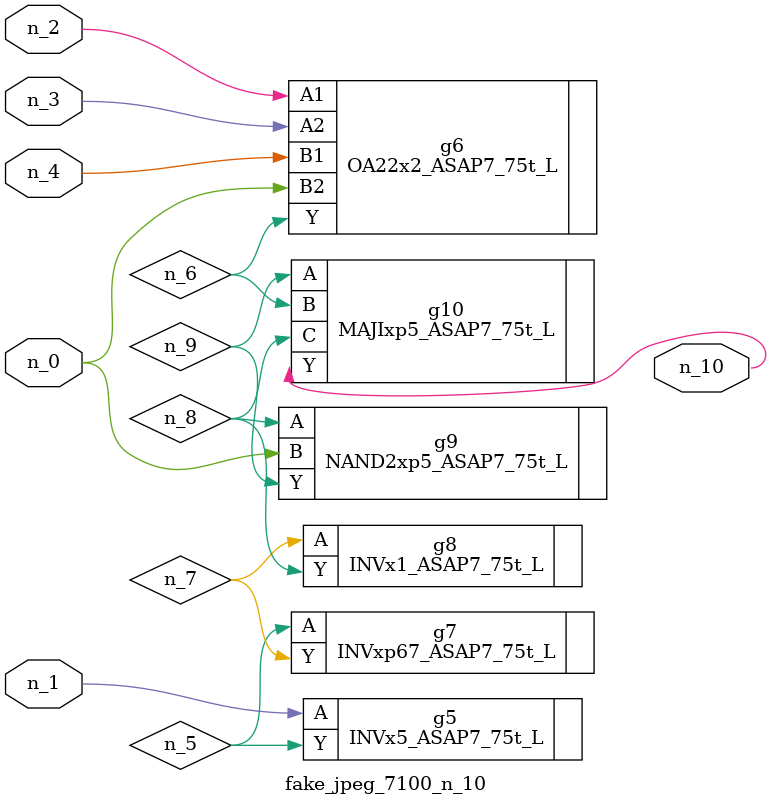
<source format=v>
module fake_jpeg_7100_n_10 (n_3, n_2, n_1, n_0, n_4, n_10);

input n_3;
input n_2;
input n_1;
input n_0;
input n_4;

output n_10;

wire n_8;
wire n_9;
wire n_6;
wire n_5;
wire n_7;

INVx5_ASAP7_75t_L g5 ( 
.A(n_1),
.Y(n_5)
);

OA22x2_ASAP7_75t_L g6 ( 
.A1(n_2),
.A2(n_3),
.B1(n_4),
.B2(n_0),
.Y(n_6)
);

INVxp67_ASAP7_75t_L g7 ( 
.A(n_5),
.Y(n_7)
);

INVx1_ASAP7_75t_L g8 ( 
.A(n_7),
.Y(n_8)
);

NAND2xp5_ASAP7_75t_L g9 ( 
.A(n_8),
.B(n_0),
.Y(n_9)
);

MAJIxp5_ASAP7_75t_L g10 ( 
.A(n_9),
.B(n_6),
.C(n_8),
.Y(n_10)
);


endmodule
</source>
